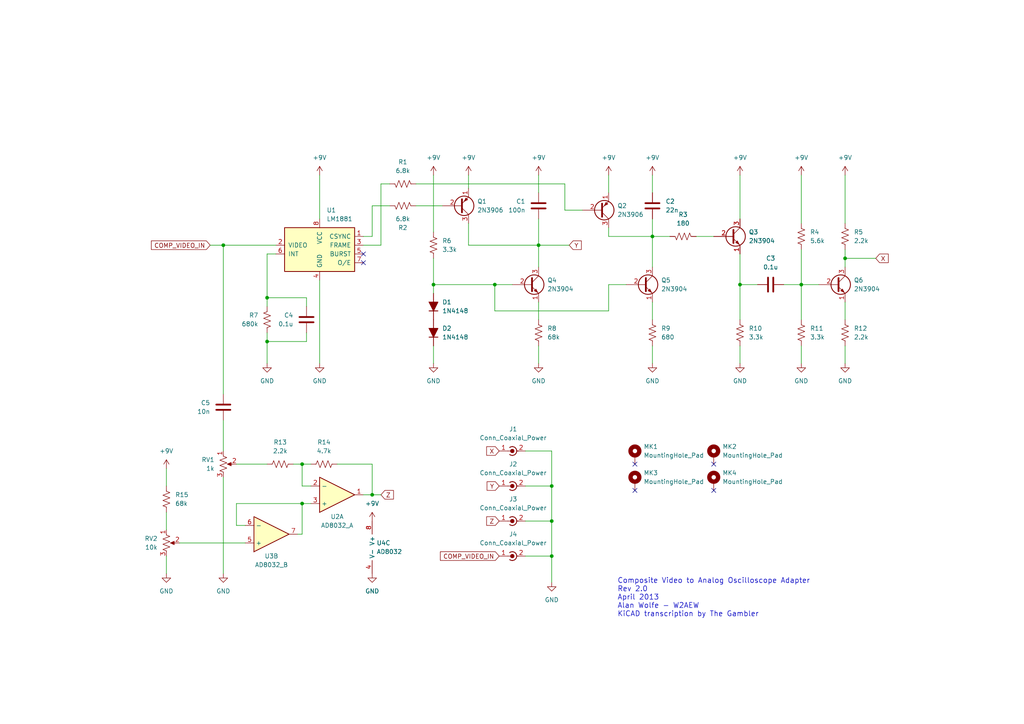
<source format=kicad_sch>
(kicad_sch (version 20211123) (generator eeschema)
  (paper "A4")
  (lib_symbols
    (symbol "Connector:Conn_Coaxial_Power" (pin_names (offset 1.016) hide)
      (property "Reference" "J" (at -5.08 -1.27 90))
      (property "Value" "Conn_Coaxial_Power" (at -3.175 -1.27 90))
      (symbol "Conn_Coaxial_Power_0_1"
        (arc (start -1.27 -1.27) (mid 0 -2.54) (end 1.27 -1.27) (stroke (width 0.254)))
        (arc (start -1.016 -0.508) (mid -1.2048 -0.8684) (end -1.27 -1.27) (stroke (width 0.254)))
        (circle (center 0 -1.27) (radius 0.508) (stroke (width 0.2032)) (fill (type outline)))
        (polyline (pts (xy 0 -2.54) (xy 0 -3.048)))
        (polyline (pts (xy 0 0) (xy 0 -1.27)))
        (arc (start 1.27 -1.27) (mid 1.2048 -0.8684) (end 1.016 -0.508) (stroke (width 0.254)))
      )
      (symbol "Conn_Coaxial_Power_1_1"
        (pin passive line (at 0 2.54 270) (length 2.54) (name "In") (number "1"))
        (pin passive line (at 0 -5.08 90) (length 2.54) (name "Ext") (number "2"))
      )
    )
    (symbol "Device:C" (pin_numbers hide) (pin_names (offset 0.254))
      (property "Reference" "C" (at 0.635 2.54 0))
      (property "Value" "C" (at 0.635 -2.54 0))
      (symbol "C_0_1"
        (polyline (pts (xy -2.032 -0.762) (xy 2.032 -0.762)) (stroke (width 0.508)))
        (polyline (pts (xy -2.032 0.762) (xy 2.032 0.762)) (stroke (width 0.508)))
      )
      (symbol "C_1_1"
        (pin passive line (at 0 3.81 270) (length 2.794) (name "~") (number "1"))
        (pin passive line (at 0 -3.81 90) (length 2.794) (name "~") (number "2"))
      )
    )
    (symbol "Device:D_Filled" (pin_numbers hide) (pin_names (offset 1.016) hide)
      (property "Reference" "D" (at 0 2.54 0))
      (property "Value" "D_Filled" (at 0 -2.54 0))
      (symbol "D_Filled_0_1"
        (polyline (pts (xy -1.27 1.27) (xy -1.27 -1.27)) (stroke (width 0.254)))
        (polyline (pts (xy 1.27 0) (xy -1.27 0)))
        (polyline (pts (xy 1.27 1.27) (xy 1.27 -1.27) (xy -1.27 0) (xy 1.27 1.27)) (stroke (width 0.254)) (fill (type outline)))
      )
      (symbol "D_Filled_1_1"
        (pin passive line (at -3.81 0 0) (length 2.54) (name "K") (number "1"))
        (pin passive line (at 3.81 0 180) (length 2.54) (name "A") (number "2"))
      )
    )
    (symbol "Device:Opamp_Dual"
      (property "Reference" "U" (at 0 5.08 0))
      (property "Value" "Opamp_Dual" (at 0 -5.08 0))
      (symbol "Opamp_Dual_1_1"
        (polyline (pts (xy -5.08 5.08) (xy 5.08 0) (xy -5.08 -5.08) (xy -5.08 5.08)) (stroke (width 0.254)) (fill (type background)))
        (pin output line (at 7.62 0 180) (length 2.54) (name "~") (number "1"))
        (pin input line (at -7.62 -2.54 0) (length 2.54) (name "-") (number "2"))
        (pin input line (at -7.62 2.54 0) (length 2.54) (name "+") (number "3"))
      )
      (symbol "Opamp_Dual_2_1"
        (polyline (pts (xy -5.08 5.08) (xy 5.08 0) (xy -5.08 -5.08) (xy -5.08 5.08)) (stroke (width 0.254)) (fill (type background)))
        (pin input line (at -7.62 2.54 0) (length 2.54) (name "+") (number "5"))
        (pin input line (at -7.62 -2.54 0) (length 2.54) (name "-") (number "6"))
        (pin output line (at 7.62 0 180) (length 2.54) (name "~") (number "7"))
      )
      (symbol "Opamp_Dual_3_1"
        (pin power_in line (at -2.54 -7.62 90) (length 3.81) (name "V-") (number "4"))
        (pin power_in line (at -2.54 7.62 270) (length 3.81) (name "V+") (number "8"))
      )
    )
    (symbol "Device:R_Potentiometer_US" (pin_names (offset 1.016) hide)
      (property "Reference" "RV" (at -4.445 0 90))
      (property "Value" "R_Potentiometer_US" (at -2.54 0 90))
      (symbol "R_Potentiometer_US_0_1"
        (polyline (pts (xy 0 -2.286) (xy 0 -2.54)))
        (polyline (pts (xy 0 2.54) (xy 0 2.286)))
        (polyline (pts (xy 2.54 0) (xy 1.524 0)))
        (polyline (pts (xy 1.143 0) (xy 2.286 0.508) (xy 2.286 -0.508) (xy 1.143 0)) (fill (type outline)))
        (polyline (pts (xy 0 -0.762) (xy 1.016 -1.143) (xy 0 -1.524) (xy -1.016 -1.905) (xy 0 -2.286)))
        (polyline (pts (xy 0 0.762) (xy 1.016 0.381) (xy 0 0) (xy -1.016 -0.381) (xy 0 -0.762)))
        (polyline (pts (xy 0 2.286) (xy 1.016 1.905) (xy 0 1.524) (xy -1.016 1.143) (xy 0 0.762)))
      )
      (symbol "R_Potentiometer_US_1_1"
        (pin passive line (at 0 3.81 270) (length 1.27) (name "1") (number "1"))
        (pin passive line (at 3.81 0 180) (length 1.27) (name "2") (number "2"))
        (pin passive line (at 0 -3.81 90) (length 1.27) (name "3") (number "3"))
      )
    )
    (symbol "Device:R_US" (pin_numbers hide) (pin_names (offset 0))
      (property "Reference" "R" (at 2.54 0 90))
      (property "Value" "R_US" (at -2.54 0 90))
      (symbol "R_US_0_1"
        (polyline (pts (xy 0 -2.286) (xy 0 -2.54)))
        (polyline (pts (xy 0 2.286) (xy 0 2.54)))
        (polyline (pts (xy 0 -0.762) (xy 1.016 -1.143) (xy 0 -1.524) (xy -1.016 -1.905) (xy 0 -2.286)))
        (polyline (pts (xy 0 0.762) (xy 1.016 0.381) (xy 0 0) (xy -1.016 -0.381) (xy 0 -0.762)))
        (polyline (pts (xy 0 2.286) (xy 1.016 1.905) (xy 0 1.524) (xy -1.016 1.143) (xy 0 0.762)))
      )
      (symbol "R_US_1_1"
        (pin passive line (at 0 3.81 270) (length 1.27) (name "~") (number "1"))
        (pin passive line (at 0 -3.81 90) (length 1.27) (name "~") (number "2"))
      )
    )
    (symbol "Mechanical:MountingHole_Pad" (pin_numbers hide) (pin_names (offset 1.016) hide)
      (property "Reference" "H" (at 0 6.35 0))
      (property "Value" "MountingHole_Pad" (at 0 4.445 0))
      (symbol "MountingHole_Pad_0_1"
        (circle (center 0 1.27) (radius 1.27) (stroke (width 1.27)))
      )
      (symbol "MountingHole_Pad_1_1"
        (pin input line (at 0 -2.54 90) (length 2.54) (name "1") (number "1"))
      )
    )
    (symbol "Transistor_BJT:2N3904" (pin_names (offset 0) hide)
      (property "Reference" "Q" (at 5.08 1.905 0))
      (property "Value" "2N3904" (at 5.08 0 0))
      (symbol "2N3904_0_1"
        (polyline (pts (xy 0.635 0.635) (xy 2.54 2.54)))
        (polyline (pts (xy 0.635 -0.635) (xy 2.54 -2.54) (xy 2.54 -2.54)))
        (polyline (pts (xy 0.635 1.905) (xy 0.635 -1.905) (xy 0.635 -1.905)) (stroke (width 0.508)))
        (polyline (pts (xy 1.27 -1.778) (xy 1.778 -1.27) (xy 2.286 -2.286) (xy 1.27 -1.778) (xy 1.27 -1.778)) (fill (type outline)))
        (circle (center 1.27 0) (radius 2.8194) (stroke (width 0.254)))
      )
      (symbol "2N3904_1_1"
        (pin passive line (at 2.54 -5.08 90) (length 2.54) (name "E") (number "1"))
        (pin passive line (at -5.08 0 0) (length 5.715) (name "B") (number "2"))
        (pin passive line (at 2.54 5.08 270) (length 2.54) (name "C") (number "3"))
      )
    )
    (symbol "Transistor_BJT:2N3906" (pin_names (offset 0) hide)
      (property "Reference" "Q" (at 5.08 1.905 0))
      (property "Value" "2N3906" (at 5.08 0 0))
      (symbol "2N3906_0_1"
        (polyline (pts (xy 0.635 0.635) (xy 2.54 2.54)))
        (polyline (pts (xy 0.635 -0.635) (xy 2.54 -2.54) (xy 2.54 -2.54)))
        (polyline (pts (xy 0.635 1.905) (xy 0.635 -1.905) (xy 0.635 -1.905)) (stroke (width 0.508)))
        (polyline (pts (xy 2.286 -1.778) (xy 1.778 -2.286) (xy 1.27 -1.27) (xy 2.286 -1.778) (xy 2.286 -1.778)) (fill (type outline)))
        (circle (center 1.27 0) (radius 2.8194) (stroke (width 0.254)))
      )
      (symbol "2N3906_1_1"
        (pin passive line (at 2.54 -5.08 90) (length 2.54) (name "E") (number "1"))
        (pin input line (at -5.08 0 0) (length 5.715) (name "B") (number "2"))
        (pin passive line (at 2.54 5.08 270) (length 2.54) (name "C") (number "3"))
      )
    )
    (symbol "Video:LM1881" (pin_names (offset 1.016))
      (property "Reference" "U" (at -8.89 8.89 0))
      (property "Value" "LM1881" (at 6.35 8.89 0))
      (symbol "LM1881_0_1"
        (rectangle (start -10.16 7.62) (end 10.16 -5.08) (stroke (width 0.254)) (fill (type background)))
      )
      (symbol "LM1881_1_1"
        (pin output line (at 12.7 5.08 180) (length 2.54) (name "CSYNC") (number "1"))
        (pin input line (at -12.7 2.54 0) (length 2.54) (name "VIDEO") (number "2"))
        (pin output line (at 12.7 2.54 180) (length 2.54) (name "FRAME") (number "3"))
        (pin power_in line (at 0 -7.62 90) (length 2.54) (name "GND") (number "4"))
        (pin output line (at 12.7 0 180) (length 2.54) (name "BURST") (number "5"))
        (pin input line (at -12.7 0 0) (length 2.54) (name "INT") (number "6"))
        (pin output line (at 12.7 -2.54 180) (length 2.54) (name "O/E") (number "7"))
        (pin power_in line (at 0 10.16 270) (length 2.54) (name "VCC") (number "8"))
      )
    )
    (symbol "power:+9V" (power) (pin_names (offset 0))
      (property "Value" "+9V" (at 0 3.556 0))
      (symbol "+9V_0_1"
        (polyline (pts (xy -0.762 1.27) (xy 0 2.54)))
        (polyline (pts (xy 0 0) (xy 0 2.54)))
        (polyline (pts (xy 0 2.54) (xy 0.762 1.27)))
      )
      (symbol "+9V_1_1"
        (pin power_in line (at 0 0 90) (length 0) hide (name "+9V") (number "1"))
      )
    )
    (symbol "power:GND" (power) (pin_names (offset 0))
      (property "Value" "GND" (at 0 -3.81 0))
      (symbol "GND_0_1"
        (polyline (pts (xy 0 0) (xy 0 -1.27) (xy 1.27 -1.27) (xy 0 -2.54) (xy -1.27 -1.27) (xy 0 -1.27)))
      )
      (symbol "GND_1_1"
        (pin power_in line (at 0 0 270) (length 0) hide (name "GND") (number "1"))
      )
    )
  )
  (junction (at 160.02 151.13))
  (junction (at 64.77 71.12))
  (junction (at 77.47 99.06))
  (junction (at 107.95 143.51))
  (junction (at 214.63 82.55))
  (junction (at 87.63 134.62))
  (junction (at 125.73 82.55))
  (junction (at 87.63 146.05))
  (junction (at 77.47 86.36))
  (junction (at 232.41 82.55))
  (junction (at 160.02 140.97))
  (junction (at 245.11 74.93))
  (junction (at 156.21 71.12))
  (junction (at 160.02 161.29))
  (junction (at 143.51 82.55))
  (junction (at 189.23 68.58))
  (no_connect (at 105.41 76.2))
  (no_connect (at 105.41 73.66))
  (no_connect (at 207.01 142.24))
  (no_connect (at 184.15 142.24))
  (no_connect (at 184.15 134.62))
  (no_connect (at 207.01 134.62))
  (wire (pts (xy 105.41 68.58) (xy 107.95 68.58)))
  (wire (pts (xy 214.63 82.55) (xy 214.63 92.71)))
  (wire (pts (xy 85.09 134.62) (xy 87.63 134.62)))
  (wire (pts (xy 189.23 50.8) (xy 189.23 55.88)))
  (wire (pts (xy 120.65 53.34) (xy 163.83 53.34)))
  (wire (pts (xy 201.93 68.58) (xy 207.01 68.58)))
  (wire (pts (xy 152.4 130.81) (xy 160.02 130.81)))
  (wire (pts (xy 48.26 148.59) (xy 48.26 153.67)))
  (wire (pts (xy 245.11 100.33) (xy 245.11 105.41)))
  (wire (pts (xy 156.21 71.12) (xy 156.21 77.47)))
  (wire (pts (xy 160.02 151.13) (xy 160.02 161.29)))
  (wire (pts (xy 214.63 100.33) (xy 214.63 105.41)))
  (wire (pts (xy 105.41 71.12) (xy 110.49 71.12)))
  (wire (pts (xy 189.23 63.5) (xy 189.23 68.58)))
  (wire (pts (xy 107.95 143.51) (xy 105.41 143.51)))
  (wire (pts (xy 163.83 60.96) (xy 163.83 53.34)))
  (wire (pts (xy 152.4 161.29) (xy 160.02 161.29)))
  (wire (pts (xy 245.11 74.93) (xy 254 74.93)))
  (wire (pts (xy 156.21 100.33) (xy 156.21 105.41)))
  (wire (pts (xy 152.4 140.97) (xy 160.02 140.97)))
  (wire (pts (xy 88.9 96.52) (xy 88.9 99.06)))
  (wire (pts (xy 189.23 100.33) (xy 189.23 105.41)))
  (wire (pts (xy 88.9 99.06) (xy 77.47 99.06)))
  (wire (pts (xy 77.47 99.06) (xy 77.47 105.41)))
  (wire (pts (xy 232.41 82.55) (xy 232.41 92.71)))
  (wire (pts (xy 160.02 140.97) (xy 160.02 151.13)))
  (wire (pts (xy 245.11 72.39) (xy 245.11 74.93)))
  (wire (pts (xy 88.9 86.36) (xy 77.47 86.36)))
  (wire (pts (xy 214.63 50.8) (xy 214.63 63.5)))
  (wire (pts (xy 152.4 151.13) (xy 160.02 151.13)))
  (wire (pts (xy 135.89 71.12) (xy 156.21 71.12)))
  (wire (pts (xy 120.65 59.69) (xy 128.27 59.69)))
  (wire (pts (xy 176.53 66.04) (xy 176.53 68.58)))
  (wire (pts (xy 125.73 50.8) (xy 125.73 67.31)))
  (wire (pts (xy 90.17 140.97) (xy 87.63 140.97)))
  (wire (pts (xy 64.77 121.92) (xy 64.77 130.81)))
  (wire (pts (xy 232.41 100.33) (xy 232.41 105.41)))
  (wire (pts (xy 64.77 71.12) (xy 80.01 71.12)))
  (wire (pts (xy 68.58 152.4) (xy 68.58 146.05)))
  (wire (pts (xy 48.26 161.29) (xy 48.26 166.37)))
  (wire (pts (xy 125.73 74.93) (xy 125.73 82.55)))
  (wire (pts (xy 232.41 72.39) (xy 232.41 82.55)))
  (wire (pts (xy 232.41 82.55) (xy 237.49 82.55)))
  (wire (pts (xy 176.53 82.55) (xy 176.53 90.17)))
  (wire (pts (xy 107.95 134.62) (xy 107.95 143.51)))
  (wire (pts (xy 245.11 87.63) (xy 245.11 92.71)))
  (wire (pts (xy 110.49 53.34) (xy 113.03 53.34)))
  (wire (pts (xy 181.61 82.55) (xy 176.53 82.55)))
  (wire (pts (xy 52.07 157.48) (xy 71.12 157.48)))
  (wire (pts (xy 232.41 50.8) (xy 232.41 64.77)))
  (wire (pts (xy 160.02 130.81) (xy 160.02 140.97)))
  (wire (pts (xy 176.53 50.8) (xy 176.53 55.88)))
  (wire (pts (xy 214.63 73.66) (xy 214.63 82.55)))
  (wire (pts (xy 156.21 71.12) (xy 165.1 71.12)))
  (wire (pts (xy 125.73 82.55) (xy 143.51 82.55)))
  (wire (pts (xy 110.49 71.12) (xy 110.49 53.34)))
  (wire (pts (xy 189.23 68.58) (xy 189.23 77.47)))
  (wire (pts (xy 143.51 82.55) (xy 148.59 82.55)))
  (wire (pts (xy 87.63 154.94) (xy 86.36 154.94)))
  (wire (pts (xy 92.71 81.28) (xy 92.71 105.41)))
  (wire (pts (xy 160.02 161.29) (xy 160.02 168.91)))
  (wire (pts (xy 48.26 135.89) (xy 48.26 140.97)))
  (wire (pts (xy 125.73 100.33) (xy 125.73 105.41)))
  (wire (pts (xy 168.91 60.96) (xy 163.83 60.96)))
  (wire (pts (xy 227.33 82.55) (xy 232.41 82.55)))
  (wire (pts (xy 80.01 73.66) (xy 77.47 73.66)))
  (wire (pts (xy 71.12 152.4) (xy 68.58 152.4)))
  (wire (pts (xy 77.47 86.36) (xy 77.47 88.9)))
  (wire (pts (xy 90.17 146.05) (xy 87.63 146.05)))
  (wire (pts (xy 77.47 96.52) (xy 77.47 99.06)))
  (wire (pts (xy 214.63 82.55) (xy 219.71 82.55)))
  (wire (pts (xy 68.58 146.05) (xy 87.63 146.05)))
  (wire (pts (xy 107.95 68.58) (xy 107.95 59.69)))
  (wire (pts (xy 156.21 63.5) (xy 156.21 71.12)))
  (wire (pts (xy 92.71 50.8) (xy 92.71 63.5)))
  (wire (pts (xy 87.63 146.05) (xy 87.63 154.94)))
  (wire (pts (xy 87.63 134.62) (xy 90.17 134.62)))
  (wire (pts (xy 68.58 134.62) (xy 77.47 134.62)))
  (wire (pts (xy 87.63 134.62) (xy 87.63 140.97)))
  (wire (pts (xy 189.23 68.58) (xy 194.31 68.58)))
  (wire (pts (xy 245.11 74.93) (xy 245.11 77.47)))
  (wire (pts (xy 64.77 138.43) (xy 64.77 166.37)))
  (wire (pts (xy 143.51 90.17) (xy 143.51 82.55)))
  (wire (pts (xy 156.21 50.8) (xy 156.21 55.88)))
  (wire (pts (xy 97.79 134.62) (xy 107.95 134.62)))
  (wire (pts (xy 156.21 87.63) (xy 156.21 92.71)))
  (wire (pts (xy 176.53 90.17) (xy 143.51 90.17)))
  (wire (pts (xy 88.9 88.9) (xy 88.9 86.36)))
  (wire (pts (xy 176.53 68.58) (xy 189.23 68.58)))
  (wire (pts (xy 60.96 71.12) (xy 64.77 71.12)))
  (wire (pts (xy 64.77 71.12) (xy 64.77 114.3)))
  (wire (pts (xy 77.47 73.66) (xy 77.47 86.36)))
  (wire (pts (xy 125.73 82.55) (xy 125.73 85.09)))
  (wire (pts (xy 107.95 143.51) (xy 110.49 143.51)))
  (wire (pts (xy 135.89 64.77) (xy 135.89 71.12)))
  (wire (pts (xy 189.23 87.63) (xy 189.23 92.71)))
  (wire (pts (xy 107.95 59.69) (xy 113.03 59.69)))
  (wire (pts (xy 135.89 50.8) (xy 135.89 54.61)))
  (wire (pts (xy 245.11 50.8) (xy 245.11 64.77)))
  (text "Composite Video to Analog Oscilloscope Adapter\nRev 2.0\nApril 2013\nAlan Wolfe - W2AEW\nKiCAD transcription by The Gambler" (at 179.07 179.07 0) (effects (font (size 1.5 1.5)) (justify left bottom)))
  (global_label "COMP_VIDEO_IN" (shape input) (at 60.96 71.12 180) (property "Intersheet References" "${INTERSHEET_REFS}" (effects hide)))
  (global_label "X" (shape input) (at 254 74.93 0) (property "Intersheet References" "${INTERSHEET_REFS}" (effects hide)))
  (global_label "COMP_VIDEO_IN" (shape input) (at 144.78 161.29 180) (property "Intersheet References" "${INTERSHEET_REFS}" (effects hide)))
  (global_label "Y" (shape input) (at 165.1 71.12 0) (property "Intersheet References" "${INTERSHEET_REFS}" (effects hide)))
  (global_label "Y" (shape input) (at 144.78 140.97 180) (property "Intersheet References" "${INTERSHEET_REFS}" (effects hide)))
  (global_label "Z" (shape input) (at 110.49 143.51 0) (property "Intersheet References" "${INTERSHEET_REFS}" (effects hide)))
  (global_label "X" (shape input) (at 144.78 130.81 180) (property "Intersheet References" "${INTERSHEET_REFS}" (effects hide)))
  (global_label "Z" (shape input) (at 144.78 151.13 180) (property "Intersheet References" "${INTERSHEET_REFS}" (effects hide)))
  (symbol (lib_id "power:+9V") (at 135.89 50.8 0) (unit 1)
    (property "Reference" "#PWR0104" (effects hide))
    (property "Value" "+9V" (at 135.89 45.72 0))
  )
  (symbol (lib_id "power:+9V") (at 48.26 135.89 0) (unit 1)
    (property "Reference" "#PWR0108" (effects hide))
    (property "Value" "+9V" (at 48.26 130.81 0))
  )
  (symbol (lib_id "power:GND") (at 92.71 105.41 0) (unit 1)
    (property "Reference" "#PWR0122" (effects hide))
    (property "Value" "GND" (at 92.71 110.49 0))
  )
  (symbol (lib_id "Device:R_US") (at 116.84 59.69 90) (mirror x) (unit 1)
    (property "Reference" "R2" (at 116.84 66.04 90))
    (property "Value" "6.8k" (at 116.84 63.5 90))
    (property "Footprint" "Resistor_THT:R_Axial_DIN0207_L6.3mm_D2.5mm_P10.16mm_Horizontal" (effects hide))
  )
  (symbol (lib_id "Device:C") (at 88.9 92.71 0) (mirror x) (unit 1)
    (property "Reference" "C4" (at 85.09 91.4399 0) (effects (justify right)))
    (property "Value" "0.1u" (at 85.09 93.9799 0) (effects (justify right)))
    (property "Footprint" "Capacitor_THT:C_Disc_D7.5mm_W2.5mm_P5.00mm" (effects hide))
  )
  (symbol (lib_id "power:GND") (at 48.26 166.37 0) (unit 1)
    (property "Reference" "#PWR0109" (effects hide))
    (property "Value" "GND" (at 48.26 171.45 0))
  )
  (symbol (lib_id "power:GND") (at 64.77 166.37 0) (unit 1)
    (property "Reference" "#PWR0110" (effects hide))
    (property "Value" "GND" (at 64.77 171.45 0))
  )
  (symbol (lib_id "Device:R_US") (at 232.41 96.52 0) (unit 1)
    (property "Reference" "R11" (at 234.95 95.2499 0) (effects (justify left)))
    (property "Value" "3.3k" (at 234.95 97.7899 0) (effects (justify left)))
    (property "Footprint" "Resistor_THT:R_Axial_DIN0207_L6.3mm_D2.5mm_P10.16mm_Horizontal" (effects hide))
  )
  (symbol (lib_id "Device:Opamp_Dual") (at 97.79 143.51 0) (mirror x) (unit 1)
    (property "Reference" "U2" (at 97.79 149.86 0))
    (property "Value" "AD8032_A" (at 97.79 152.4 0))
    (property "Footprint" "Package_DIP:DIP-8_W7.62mm_Socket_LongPads" (effects hide))
  )
  (symbol (lib_id "Device:C") (at 189.23 59.69 180) (unit 1)
    (property "Reference" "C2" (at 193.04 58.4199 0) (effects (justify right)))
    (property "Value" "22n" (at 193.04 60.9599 0) (effects (justify right)))
    (property "Footprint" "Capacitor_THT:C_Disc_D7.5mm_W2.5mm_P5.00mm" (effects hide))
  )
  (symbol (lib_id "Device:C") (at 64.77 118.11 0) (mirror x) (unit 1)
    (property "Reference" "C5" (at 60.96 116.8399 0) (effects (justify right)))
    (property "Value" "10n" (at 60.96 119.3799 0) (effects (justify right)))
    (property "Footprint" "Capacitor_THT:C_Disc_D7.5mm_W2.5mm_P5.00mm" (effects hide))
  )
  (symbol (lib_id "Device:R_US") (at 214.63 96.52 0) (unit 1)
    (property "Reference" "R10" (at 217.17 95.2499 0) (effects (justify left)))
    (property "Value" "3.3k" (at 217.17 97.7899 0) (effects (justify left)))
    (property "Footprint" "Resistor_THT:R_Axial_DIN0207_L6.3mm_D2.5mm_P10.16mm_Horizontal" (effects hide))
  )
  (symbol (lib_id "power:+9V") (at 92.71 50.8 0) (unit 1)
    (property "Reference" "#PWR0101" (effects hide))
    (property "Value" "+9V" (at 92.71 45.72 0))
  )
  (symbol (lib_id "power:GND") (at 107.95 166.37 0) (unit 1)
    (property "Reference" "#PWR0111" (effects hide))
    (property "Value" "GND" (at 107.95 171.45 0))
  )
  (symbol (lib_id "power:+9V") (at 107.95 151.13 0) (unit 1)
    (property "Reference" "#PWR0112" (effects hide))
    (property "Value" "+9V" (at 107.95 146.05 0))
  )
  (symbol (lib_id "Mechanical:MountingHole_Pad") (at 207.01 132.08 0) (unit 1)
    (property "Reference" "MK2" (at 209.55 129.5399 0) (effects (justify left)))
    (property "Value" "MountingHole_Pad" (at 209.55 132.0799 0) (effects (justify left)))
    (property "Footprint" "Mounting_Holes:MountingHole_3.2mm_M3_ISO7380" (effects hide))
  )
  (symbol (lib_id "Device:C") (at 223.52 82.55 90) (unit 1)
    (property "Reference" "C3" (at 223.52 74.93 90))
    (property "Value" "0.1u" (at 223.52 77.47 90))
    (property "Footprint" "Capacitor_THT:C_Disc_D7.5mm_W2.5mm_P5.00mm" (effects hide))
  )
  (symbol (lib_id "Device:Opamp_Dual") (at 110.49 158.75 0) (unit 3)
    (property "Reference" "U4" (at 109.22 157.4799 0) (effects (justify left)))
    (property "Value" "AD8032" (at 109.22 160.0199 0) (effects (justify left)))
    (property "Footprint" "Package_DIP:DIP-8_W7.62mm_Socket_LongPads" (effects hide))
  )
  (symbol (lib_id "Transistor_BJT:2N3906") (at 173.99 60.96 0) (mirror x) (unit 1)
    (property "Reference" "Q2" (at 179.07 59.6899 0) (effects (justify left)))
    (property "Value" "2N3906" (at 179.07 62.2299 0) (effects (justify left)))
    (property "Footprint" "Package_TO_SOT_THT:TO-92_Inline" (effects hide))
    (property "Datasheet" "https://www.onsemi.com/pub/Collateral/2N3906-D.PDF" (effects hide))
  )
  (symbol (lib_id "Device:R_US") (at 77.47 92.71 0) (mirror x) (unit 1)
    (property "Reference" "R7" (at 74.93 91.4399 0) (effects (justify right)))
    (property "Value" "680k" (at 74.93 93.9799 0) (effects (justify right)))
    (property "Footprint" "Resistor_THT:R_Axial_DIN0207_L6.3mm_D2.5mm_P10.16mm_Horizontal" (effects hide))
  )
  (symbol (lib_id "Device:R_US") (at 116.84 53.34 270) (mirror x) (unit 1)
    (property "Reference" "R1" (at 116.84 46.99 90))
    (property "Value" "6.8k" (at 116.84 49.53 90))
    (property "Footprint" "Resistor_THT:R_Axial_DIN0207_L6.3mm_D2.5mm_P10.16mm_Horizontal" (effects hide))
  )
  (symbol (lib_id "power:GND") (at 125.73 105.41 0) (unit 1)
    (property "Reference" "#PWR0107" (effects hide))
    (property "Value" "GND" (at 125.73 110.49 0))
  )
  (symbol (lib_id "Mechanical:MountingHole_Pad") (at 184.15 139.7 0) (unit 1)
    (property "Reference" "MK3" (at 186.69 137.1599 0) (effects (justify left)))
    (property "Value" "MountingHole_Pad" (at 186.69 139.6999 0) (effects (justify left)))
    (property "Footprint" "Mounting_Holes:MountingHole_3.2mm_M3_ISO7380" (effects hide))
  )
  (symbol (lib_id "Device:R_US") (at 198.12 68.58 270) (mirror x) (unit 1)
    (property "Reference" "R3" (at 198.12 62.23 90))
    (property "Value" "180" (at 198.12 64.77 90))
    (property "Footprint" "Resistor_THT:R_Axial_DIN0207_L6.3mm_D2.5mm_P10.16mm_Horizontal" (effects hide))
  )
  (symbol (lib_id "power:+9V") (at 125.73 50.8 0) (unit 1)
    (property "Reference" "#PWR0105" (effects hide))
    (property "Value" "+9V" (at 125.73 45.72 0))
  )
  (symbol (lib_id "Device:R_Potentiometer_US") (at 64.77 134.62 0) (unit 1)
    (property "Reference" "RV1" (at 62.23 133.3499 0) (effects (justify right)))
    (property "Value" "1k" (at 62.23 135.8899 0) (effects (justify right)))
    (property "Footprint" "Potentiometer_THT:Potentiometer_Piher_PC-16_Single_Vertical" (effects hide))
  )
  (symbol (lib_id "Device:R_US") (at 48.26 144.78 0) (unit 1)
    (property "Reference" "R15" (at 50.8 143.5099 0) (effects (justify left)))
    (property "Value" "68k" (at 50.8 146.0499 0) (effects (justify left)))
    (property "Footprint" "Resistor_THT:R_Axial_DIN0207_L6.3mm_D2.5mm_P10.16mm_Horizontal" (effects hide))
  )
  (symbol (lib_id "Transistor_BJT:2N3904") (at 212.09 68.58 0) (unit 1)
    (property "Reference" "Q3" (at 217.17 67.3099 0) (effects (justify left)))
    (property "Value" "2N3904" (at 217.17 69.8499 0) (effects (justify left)))
    (property "Footprint" "Package_TO_SOT_THT:TO-92_Inline" (effects hide))
    (property "Datasheet" "https://www.onsemi.com/pub/Collateral/2N3903-D.PDF" (effects hide))
  )
  (symbol (lib_id "Transistor_BJT:2N3904") (at 242.57 82.55 0) (unit 1)
    (property "Reference" "Q6" (at 247.65 81.2799 0) (effects (justify left)))
    (property "Value" "2N3904" (at 247.65 83.8199 0) (effects (justify left)))
    (property "Footprint" "Package_TO_SOT_THT:TO-92_Inline" (effects hide))
    (property "Datasheet" "https://www.onsemi.com/pub/Collateral/2N3903-D.PDF" (effects hide))
  )
  (symbol (lib_id "Device:Opamp_Dual") (at 78.74 154.94 0) (mirror x) (unit 2)
    (property "Reference" "U3" (at 78.74 161.29 0))
    (property "Value" "AD8032_B" (at 78.74 163.83 0))
    (property "Footprint" "Package_DIP:DIP-8_W7.62mm_Socket_LongPads" (effects hide))
  )
  (symbol (lib_id "Device:R_US") (at 125.73 71.12 0) (unit 1)
    (property "Reference" "R6" (at 128.27 69.8499 0) (effects (justify left)))
    (property "Value" "3.3k" (at 128.27 72.3899 0) (effects (justify left)))
    (property "Footprint" "Resistor_THT:R_Axial_DIN0207_L6.3mm_D2.5mm_P10.16mm_Horizontal" (effects hide))
  )
  (symbol (lib_id "power:+9V") (at 245.11 50.8 0) (unit 1)
    (property "Reference" "#PWR0118" (effects hide))
    (property "Value" "+9V" (at 245.11 45.72 0))
  )
  (symbol (lib_id "Device:D_Filled") (at 125.73 96.52 90) (unit 1)
    (property "Reference" "D2" (at 128.27 95.2499 90) (effects (justify right)))
    (property "Value" "1N4148" (at 128.27 97.7899 90) (effects (justify right)))
    (property "Footprint" "Diode_THT:D_DO-35_SOD27_P7.62mm_Horizontal" (effects hide))
  )
  (symbol (lib_id "power:GND") (at 214.63 105.41 0) (unit 1)
    (property "Reference" "#PWR0114" (effects hide))
    (property "Value" "GND" (at 214.63 110.49 0))
  )
  (symbol (lib_id "power:GND") (at 245.11 105.41 0) (unit 1)
    (property "Reference" "#PWR0116" (effects hide))
    (property "Value" "GND" (at 245.11 110.49 0))
  )
  (symbol (lib_id "Mechanical:MountingHole_Pad") (at 184.15 132.08 0) (unit 1)
    (property "Reference" "MK1" (at 186.69 129.5399 0) (effects (justify left)))
    (property "Value" "MountingHole_Pad" (at 186.69 132.0799 0) (effects (justify left)))
    (property "Footprint" "Mounting_Holes:MountingHole_3.2mm_M3_ISO7380" (effects hide))
  )
  (symbol (lib_id "Device:R_US") (at 245.11 96.52 0) (unit 1)
    (property "Reference" "R12" (at 247.65 95.2499 0) (effects (justify left)))
    (property "Value" "2.2k" (at 247.65 97.7899 0) (effects (justify left)))
    (property "Footprint" "Resistor_THT:R_Axial_DIN0207_L6.3mm_D2.5mm_P10.16mm_Horizontal" (effects hide))
  )
  (symbol (lib_id "power:+9V") (at 232.41 50.8 0) (unit 1)
    (property "Reference" "#PWR0117" (effects hide))
    (property "Value" "+9V" (at 232.41 45.72 0))
  )
  (symbol (lib_id "power:GND") (at 156.21 105.41 0) (unit 1)
    (property "Reference" "#PWR0106" (effects hide))
    (property "Value" "GND" (at 156.21 110.49 0))
  )
  (symbol (lib_id "power:+9V") (at 156.21 50.8 0) (unit 1)
    (property "Reference" "#PWR0103" (effects hide))
    (property "Value" "+9V" (at 156.21 45.72 0))
  )
  (symbol (lib_id "power:GND") (at 160.02 168.91 0) (unit 1)
    (property "Reference" "#PWR0123" (effects hide))
    (property "Value" "GND" (at 160.02 173.99 0))
  )
  (symbol (lib_id "Device:R_US") (at 81.28 134.62 90) (unit 1)
    (property "Reference" "R13" (at 81.28 128.27 90))
    (property "Value" "2.2k" (at 81.28 130.81 90))
    (property "Footprint" "Resistor_THT:R_Axial_DIN0207_L6.3mm_D2.5mm_P10.16mm_Horizontal" (effects hide))
  )
  (symbol (lib_id "Connector:Conn_Coaxial_Power") (at 147.32 161.29 90) (unit 1)
    (property "Reference" "J4" (at 148.844 154.94 90))
    (property "Value" "Conn_Coaxial_Power" (at 148.844 157.48 90))
    (property "Footprint" "Connector_Coaxial:BNC_TEConnectivity_1478035_Horizontal" (effects hide))
  )
  (symbol (lib_id "Device:R_US") (at 232.41 68.58 0) (unit 1)
    (property "Reference" "R4" (at 234.95 67.3099 0) (effects (justify left)))
    (property "Value" "5.6k" (at 234.95 69.8499 0) (effects (justify left)))
    (property "Footprint" "Resistor_THT:R_Axial_DIN0207_L6.3mm_D2.5mm_P10.16mm_Horizontal" (effects hide))
  )
  (symbol (lib_id "power:+9V") (at 176.53 50.8 0) (unit 1)
    (property "Reference" "#PWR0102" (effects hide))
    (property "Value" "+9V" (at 176.53 45.72 0))
  )
  (symbol (lib_id "power:GND") (at 232.41 105.41 0) (unit 1)
    (property "Reference" "#PWR0115" (effects hide))
    (property "Value" "GND" (at 232.41 110.49 0))
  )
  (symbol (lib_id "power:GND") (at 189.23 105.41 0) (unit 1)
    (property "Reference" "#PWR0113" (effects hide))
    (property "Value" "GND" (at 189.23 110.49 0))
  )
  (symbol (lib_id "Video:LM1881") (at 92.71 73.66 0) (unit 1)
    (property "Reference" "U1" (at 94.7294 60.96 0) (effects (justify left)))
    (property "Value" "LM1881" (at 94.7294 63.5 0) (effects (justify left)))
    (property "Footprint" "Package_DIP:DIP-8_W7.62mm_Socket_LongPads" (effects hide))
  )
  (symbol (lib_id "Device:R_US") (at 93.98 134.62 90) (unit 1)
    (property "Reference" "R14" (at 93.98 128.27 90))
    (property "Value" "4.7k" (at 93.98 130.81 90))
    (property "Footprint" "Resistor_THT:R_Axial_DIN0207_L6.3mm_D2.5mm_P10.16mm_Horizontal" (effects hide))
  )
  (symbol (lib_id "Connector:Conn_Coaxial_Power") (at 147.32 151.13 90) (unit 1)
    (property "Reference" "J3" (at 148.844 144.78 90))
    (property "Value" "Conn_Coaxial_Power" (at 148.844 147.32 90))
    (property "Footprint" "Connector_Coaxial:BNC_TEConnectivity_1478035_Horizontal" (effects hide))
  )
  (symbol (lib_id "Device:R_US") (at 156.21 96.52 0) (unit 1)
    (property "Reference" "R8" (at 158.75 95.2499 0) (effects (justify left)))
    (property "Value" "68k" (at 158.75 97.7899 0) (effects (justify left)))
    (property "Footprint" "Resistor_THT:R_Axial_DIN0207_L6.3mm_D2.5mm_P10.16mm_Horizontal" (effects hide))
  )
  (symbol (lib_id "Device:C") (at 156.21 59.69 0) (mirror x) (unit 1)
    (property "Reference" "C1" (at 152.4 58.4199 0) (effects (justify right)))
    (property "Value" "100n" (at 152.4 60.9599 0) (effects (justify right)))
    (property "Footprint" "Capacitor_THT:C_Disc_D7.5mm_W2.5mm_P5.00mm" (effects hide))
  )
  (symbol (lib_id "Device:D_Filled") (at 125.73 88.9 90) (unit 1)
    (property "Reference" "D1" (at 128.27 87.6299 90) (effects (justify right)))
    (property "Value" "1N4148" (at 128.27 90.1699 90) (effects (justify right)))
    (property "Footprint" "Diode_THT:D_DO-35_SOD27_P7.62mm_Horizontal" (effects hide))
  )
  (symbol (lib_id "power:GND") (at 77.47 105.41 0) (unit 1)
    (property "Reference" "#PWR0121" (effects hide))
    (property "Value" "GND" (at 77.47 110.49 0))
  )
  (symbol (lib_id "Transistor_BJT:2N3906") (at 133.35 59.69 0) (mirror x) (unit 1)
    (property "Reference" "Q1" (at 138.43 58.4199 0) (effects (justify left)))
    (property "Value" "2N3906" (at 138.43 60.9599 0) (effects (justify left)))
    (property "Footprint" "Package_TO_SOT_THT:TO-92_Inline" (effects hide))
    (property "Datasheet" "https://www.onsemi.com/pub/Collateral/2N3906-D.PDF" (effects hide))
  )
  (symbol (lib_id "power:+9V") (at 214.63 50.8 0) (unit 1)
    (property "Reference" "#PWR0119" (effects hide))
    (property "Value" "+9V" (at 214.63 45.72 0))
  )
  (symbol (lib_id "power:+9V") (at 189.23 50.8 0) (unit 1)
    (property "Reference" "#PWR0120" (effects hide))
    (property "Value" "+9V" (at 189.23 45.72 0))
  )
  (symbol (lib_id "Connector:Conn_Coaxial_Power") (at 147.32 140.97 90) (unit 1)
    (property "Reference" "J2" (at 148.844 134.62 90))
    (property "Value" "Conn_Coaxial_Power" (at 148.844 137.16 90))
    (property "Footprint" "Connector_Coaxial:BNC_TEConnectivity_1478035_Horizontal" (effects hide))
  )
  (symbol (lib_id "Mechanical:MountingHole_Pad") (at 207.01 139.7 0) (unit 1)
    (property "Reference" "MK4" (at 209.55 137.1599 0) (effects (justify left)))
    (property "Value" "MountingHole_Pad" (at 209.55 139.6999 0) (effects (justify left)))
    (property "Footprint" "Mounting_Holes:MountingHole_3.2mm_M3_ISO7380" (effects hide))
  )
  (symbol (lib_id "Device:R_US") (at 189.23 96.52 0) (unit 1)
    (property "Reference" "R9" (at 191.77 95.2499 0) (effects (justify left)))
    (property "Value" "680" (at 191.77 97.7899 0) (effects (justify left)))
    (property "Footprint" "Resistor_THT:R_Axial_DIN0207_L6.3mm_D2.5mm_P10.16mm_Horizontal" (effects hide))
  )
  (symbol (lib_id "Transistor_BJT:2N3904") (at 153.67 82.55 0) (unit 1)
    (property "Reference" "Q4" (at 158.75 81.2799 0) (effects (justify left)))
    (property "Value" "2N3904" (at 158.75 83.8199 0) (effects (justify left)))
    (property "Footprint" "Package_TO_SOT_THT:TO-92_Inline" (effects hide))
    (property "Datasheet" "https://www.onsemi.com/pub/Collateral/2N3903-D.PDF" (effects hide))
  )
  (symbol (lib_id "Transistor_BJT:2N3904") (at 186.69 82.55 0) (unit 1)
    (property "Reference" "Q5" (at 191.77 81.2799 0) (effects (justify left)))
    (property "Value" "2N3904" (at 191.77 83.8199 0) (effects (justify left)))
    (property "Footprint" "Package_TO_SOT_THT:TO-92_Inline" (effects hide))
    (property "Datasheet" "https://www.onsemi.com/pub/Collateral/2N3903-D.PDF" (effects hide))
  )
  (symbol (lib_id "Device:R_Potentiometer_US") (at 48.26 157.48 0) (unit 1)
    (property "Reference" "RV2" (at 45.72 156.2099 0) (effects (justify right)))
    (property "Value" "10k" (at 45.72 158.7499 0) (effects (justify right)))
    (property "Footprint" "Potentiometer_THT:Potentiometer_Piher_PC-16_Single_Vertical" (effects hide))
  )
  (symbol (lib_id "Connector:Conn_Coaxial_Power") (at 147.32 130.81 90) (unit 1)
    (property "Reference" "J1" (at 148.844 124.46 90))
    (property "Value" "Conn_Coaxial_Power" (at 148.844 127 90))
    (property "Footprint" "Connector_Coaxial:BNC_TEConnectivity_1478035_Horizontal" (effects hide))
  )
  (symbol (lib_id "Device:R_US") (at 245.11 68.58 0) (unit 1)
    (property "Reference" "R5" (at 247.65 67.3099 0) (effects (justify left)))
    (property "Value" "2.2k" (at 247.65 69.8499 0) (effects (justify left)))
    (property "Footprint" "Resistor_THT:R_Axial_DIN0207_L6.3mm_D2.5mm_P10.16mm_Horizontal" (effects hide))
  )
)
</source>
